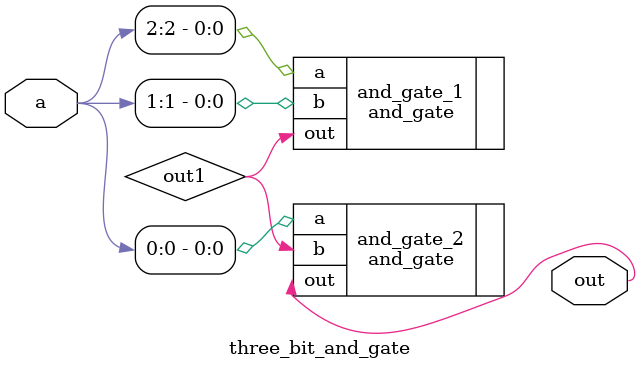
<source format=v>
module three_bit_and_gate (
    input [2:0] a,
    output wire out
);  
    wire out1;
    and_gate and_gate_1(.a(a[2]), .b(a[1]), .out(out1));
    and_gate and_gate_2(.a(a[0]), .b(out1), .out(out));

endmodule
</source>
